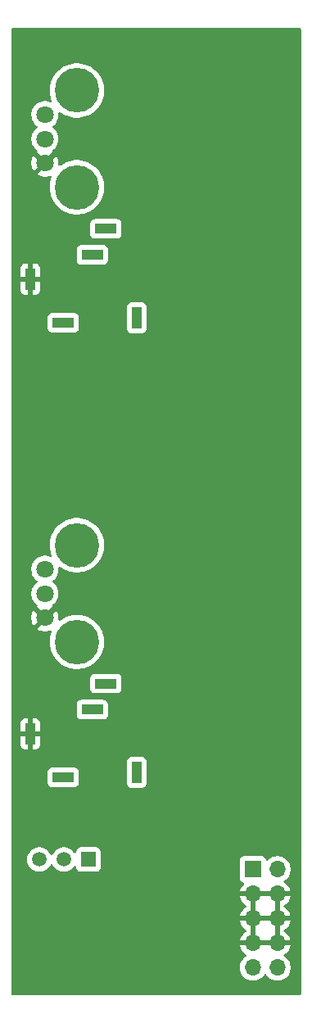
<source format=gbr>
G04 #@! TF.GenerationSoftware,KiCad,Pcbnew,9.0.0*
G04 #@! TF.CreationDate,2025-02-23T15:47:06-07:00*
G04 #@! TF.ProjectId,Noise_Gen,4e6f6973-655f-4476-956e-2e6b69636164,rev?*
G04 #@! TF.SameCoordinates,Original*
G04 #@! TF.FileFunction,Copper,L2,Bot*
G04 #@! TF.FilePolarity,Positive*
%FSLAX46Y46*%
G04 Gerber Fmt 4.6, Leading zero omitted, Abs format (unit mm)*
G04 Created by KiCad (PCBNEW 9.0.0) date 2025-02-23 15:47:06*
%MOMM*%
%LPD*%
G01*
G04 APERTURE LIST*
G04 #@! TA.AperFunction,ComponentPad*
%ADD10R,1.000000X2.200000*%
G04 #@! TD*
G04 #@! TA.AperFunction,ComponentPad*
%ADD11R,2.200000X1.000000*%
G04 #@! TD*
G04 #@! TA.AperFunction,ComponentPad*
%ADD12C,4.600000*%
G04 #@! TD*
G04 #@! TA.AperFunction,ComponentPad*
%ADD13C,1.800000*%
G04 #@! TD*
G04 #@! TA.AperFunction,ComponentPad*
%ADD14R,1.700000X1.700000*%
G04 #@! TD*
G04 #@! TA.AperFunction,ComponentPad*
%ADD15O,1.700000X1.700000*%
G04 #@! TD*
G04 #@! TA.AperFunction,ComponentPad*
%ADD16R,1.520000X1.520000*%
G04 #@! TD*
G04 #@! TA.AperFunction,ComponentPad*
%ADD17C,1.520000*%
G04 #@! TD*
G04 #@! TA.AperFunction,ViaPad*
%ADD18C,0.800000*%
G04 #@! TD*
G04 APERTURE END LIST*
D10*
X2000000Y-26000000D03*
X13000000Y-30000000D03*
D11*
X5400000Y-30500000D03*
X8400000Y-23500000D03*
X9800000Y-20800000D03*
D10*
X2000000Y-73000000D03*
X13000000Y-77000000D03*
D11*
X5400000Y-77500000D03*
X8400000Y-70500000D03*
X9800000Y-67800000D03*
D12*
X6800000Y-6500000D03*
X6800000Y-16500000D03*
D13*
X3500000Y-9000000D03*
X3500000Y-11500000D03*
X3500000Y-14000000D03*
D12*
X6800000Y-53500000D03*
X6800000Y-63500000D03*
D13*
X3500000Y-56000000D03*
X3500000Y-58500000D03*
X3500000Y-61000000D03*
D14*
X25000000Y-87000000D03*
D15*
X27540000Y-87000000D03*
X25000000Y-89540000D03*
X27540000Y-89540000D03*
X25000000Y-92080000D03*
X27540000Y-92080000D03*
X25000000Y-94620000D03*
X27540000Y-94620000D03*
X25000000Y-97160000D03*
X27540000Y-97160000D03*
D16*
X8000000Y-86000000D03*
D17*
X5460000Y-86000000D03*
X2920000Y-86000000D03*
D18*
X27000000Y-57000000D03*
G04 #@! TA.AperFunction,Conductor*
G36*
X27074075Y-94427007D02*
G01*
X27040000Y-94554174D01*
X27040000Y-94685826D01*
X27074075Y-94812993D01*
X27109297Y-94874000D01*
X25430703Y-94874000D01*
X25465925Y-94812993D01*
X25500000Y-94685826D01*
X25500000Y-94554174D01*
X25465925Y-94427007D01*
X25430703Y-94366000D01*
X27109297Y-94366000D01*
X27074075Y-94427007D01*
G37*
G04 #@! TD.AperFunction*
G04 #@! TA.AperFunction,Conductor*
G36*
X25254000Y-94189297D02*
G01*
X25192993Y-94154075D01*
X25065826Y-94120000D01*
X24934174Y-94120000D01*
X24807007Y-94154075D01*
X24746000Y-94189297D01*
X24746000Y-92510702D01*
X24807007Y-92545925D01*
X24934174Y-92580000D01*
X25065826Y-92580000D01*
X25192993Y-92545925D01*
X25254000Y-92510702D01*
X25254000Y-94189297D01*
G37*
G04 #@! TD.AperFunction*
G04 #@! TA.AperFunction,Conductor*
G36*
X27794000Y-94189297D02*
G01*
X27732993Y-94154075D01*
X27605826Y-94120000D01*
X27474174Y-94120000D01*
X27347007Y-94154075D01*
X27286000Y-94189297D01*
X27286000Y-92510702D01*
X27347007Y-92545925D01*
X27474174Y-92580000D01*
X27605826Y-92580000D01*
X27732993Y-92545925D01*
X27794000Y-92510702D01*
X27794000Y-94189297D01*
G37*
G04 #@! TD.AperFunction*
G04 #@! TA.AperFunction,Conductor*
G36*
X27074075Y-91887007D02*
G01*
X27040000Y-92014174D01*
X27040000Y-92145826D01*
X27074075Y-92272993D01*
X27109297Y-92334000D01*
X25430703Y-92334000D01*
X25465925Y-92272993D01*
X25500000Y-92145826D01*
X25500000Y-92014174D01*
X25465925Y-91887007D01*
X25430703Y-91826000D01*
X27109297Y-91826000D01*
X27074075Y-91887007D01*
G37*
G04 #@! TD.AperFunction*
G04 #@! TA.AperFunction,Conductor*
G36*
X25254000Y-91649297D02*
G01*
X25192993Y-91614075D01*
X25065826Y-91580000D01*
X24934174Y-91580000D01*
X24807007Y-91614075D01*
X24746000Y-91649297D01*
X24746000Y-89970702D01*
X24807007Y-90005925D01*
X24934174Y-90040000D01*
X25065826Y-90040000D01*
X25192993Y-90005925D01*
X25254000Y-89970702D01*
X25254000Y-91649297D01*
G37*
G04 #@! TD.AperFunction*
G04 #@! TA.AperFunction,Conductor*
G36*
X27794000Y-91649297D02*
G01*
X27732993Y-91614075D01*
X27605826Y-91580000D01*
X27474174Y-91580000D01*
X27347007Y-91614075D01*
X27286000Y-91649297D01*
X27286000Y-89970702D01*
X27347007Y-90005925D01*
X27474174Y-90040000D01*
X27605826Y-90040000D01*
X27732993Y-90005925D01*
X27794000Y-89970702D01*
X27794000Y-91649297D01*
G37*
G04 #@! TD.AperFunction*
G04 #@! TA.AperFunction,Conductor*
G36*
X27074075Y-89347007D02*
G01*
X27040000Y-89474174D01*
X27040000Y-89605826D01*
X27074075Y-89732993D01*
X27109297Y-89794000D01*
X25430703Y-89794000D01*
X25465925Y-89732993D01*
X25500000Y-89605826D01*
X25500000Y-89474174D01*
X25465925Y-89347007D01*
X25430703Y-89286000D01*
X27109297Y-89286000D01*
X27074075Y-89347007D01*
G37*
G04 #@! TD.AperFunction*
G04 #@! TA.AperFunction,Conductor*
G36*
X29914121Y-45502D02*
G01*
X29960614Y-99158D01*
X29972000Y-151500D01*
X29972000Y-99848500D01*
X29951998Y-99916621D01*
X29898342Y-99963114D01*
X29846000Y-99974500D01*
X151500Y-99974500D01*
X83379Y-99954498D01*
X36886Y-99900842D01*
X25500Y-99848500D01*
X25500Y-85900167D01*
X1651500Y-85900167D01*
X1651500Y-86099833D01*
X1653902Y-86114996D01*
X1682736Y-86297046D01*
X1741701Y-86478521D01*
X1744435Y-86486935D01*
X1835082Y-86664839D01*
X1835084Y-86664842D01*
X1952444Y-86826374D01*
X2093625Y-86967555D01*
X2093628Y-86967557D01*
X2255161Y-87084918D01*
X2433065Y-87175565D01*
X2622959Y-87237265D01*
X2820167Y-87268500D01*
X2820170Y-87268500D01*
X3019830Y-87268500D01*
X3019833Y-87268500D01*
X3217041Y-87237265D01*
X3406935Y-87175565D01*
X3584839Y-87084918D01*
X3746372Y-86967557D01*
X3887557Y-86826372D01*
X4004918Y-86664839D01*
X4077734Y-86521929D01*
X4126481Y-86470316D01*
X4195396Y-86453250D01*
X4262598Y-86476151D01*
X4302265Y-86521929D01*
X4375082Y-86664839D01*
X4375084Y-86664842D01*
X4492444Y-86826374D01*
X4633625Y-86967555D01*
X4633628Y-86967557D01*
X4795161Y-87084918D01*
X4973065Y-87175565D01*
X5162959Y-87237265D01*
X5360167Y-87268500D01*
X5360170Y-87268500D01*
X5559830Y-87268500D01*
X5559833Y-87268500D01*
X5757041Y-87237265D01*
X5946935Y-87175565D01*
X6124839Y-87084918D01*
X6286372Y-86967557D01*
X6427557Y-86826372D01*
X6503565Y-86721756D01*
X6559786Y-86678403D01*
X6630522Y-86672328D01*
X6693314Y-86705459D01*
X6728225Y-86767279D01*
X6731500Y-86795818D01*
X6731500Y-86808649D01*
X6738009Y-86869196D01*
X6738011Y-86869204D01*
X6789110Y-87006202D01*
X6789112Y-87006207D01*
X6876738Y-87123261D01*
X6993792Y-87210887D01*
X6993794Y-87210888D01*
X6993796Y-87210889D01*
X7052875Y-87232924D01*
X7130795Y-87261988D01*
X7130803Y-87261990D01*
X7191350Y-87268499D01*
X7191355Y-87268499D01*
X7191362Y-87268500D01*
X7191368Y-87268500D01*
X8808632Y-87268500D01*
X8808638Y-87268500D01*
X8808645Y-87268499D01*
X8808649Y-87268499D01*
X8869196Y-87261990D01*
X8869199Y-87261989D01*
X8869201Y-87261989D01*
X9006204Y-87210889D01*
X9123261Y-87123261D01*
X9210889Y-87006204D01*
X9261989Y-86869201D01*
X9266594Y-86826374D01*
X9268499Y-86808649D01*
X9268500Y-86808632D01*
X9268500Y-86101350D01*
X23641500Y-86101350D01*
X23641500Y-87898649D01*
X23648009Y-87959196D01*
X23648011Y-87959204D01*
X23699110Y-88096202D01*
X23699112Y-88096207D01*
X23786738Y-88213261D01*
X23903792Y-88300887D01*
X23903796Y-88300889D01*
X24022224Y-88345061D01*
X24079059Y-88387607D01*
X24103870Y-88454128D01*
X24088778Y-88523502D01*
X24067287Y-88552211D01*
X23964176Y-88655322D01*
X23838536Y-88828249D01*
X23741493Y-89018707D01*
X23741490Y-89018713D01*
X23675440Y-89221995D01*
X23665302Y-89286000D01*
X24569297Y-89286000D01*
X24534075Y-89347007D01*
X24500000Y-89474174D01*
X24500000Y-89605826D01*
X24534075Y-89732993D01*
X24569297Y-89794000D01*
X23665302Y-89794000D01*
X23675440Y-89858004D01*
X23741490Y-90061286D01*
X23741493Y-90061292D01*
X23838536Y-90251750D01*
X23964177Y-90424679D01*
X24115320Y-90575822D01*
X24288256Y-90701468D01*
X24290052Y-90702569D01*
X24290591Y-90703164D01*
X24292258Y-90704376D01*
X24292003Y-90704726D01*
X24337682Y-90755217D01*
X24349288Y-90825259D01*
X24321183Y-90890456D01*
X24292211Y-90915559D01*
X24292258Y-90915624D01*
X24291511Y-90916166D01*
X24290052Y-90917431D01*
X24288256Y-90918531D01*
X24115320Y-91044177D01*
X23964177Y-91195320D01*
X23838536Y-91368249D01*
X23741493Y-91558707D01*
X23741490Y-91558713D01*
X23675440Y-91761995D01*
X23665302Y-91826000D01*
X24569297Y-91826000D01*
X24534075Y-91887007D01*
X24500000Y-92014174D01*
X24500000Y-92145826D01*
X24534075Y-92272993D01*
X24569297Y-92334000D01*
X23665302Y-92334000D01*
X23675440Y-92398004D01*
X23741490Y-92601286D01*
X23741493Y-92601292D01*
X23838536Y-92791750D01*
X23964177Y-92964679D01*
X24115320Y-93115822D01*
X24288256Y-93241468D01*
X24290052Y-93242569D01*
X24290591Y-93243164D01*
X24292258Y-93244376D01*
X24292003Y-93244726D01*
X24337682Y-93295217D01*
X24349288Y-93365259D01*
X24321183Y-93430456D01*
X24292211Y-93455559D01*
X24292258Y-93455624D01*
X24291511Y-93456166D01*
X24290052Y-93457431D01*
X24288256Y-93458531D01*
X24115320Y-93584177D01*
X23964177Y-93735320D01*
X23838536Y-93908249D01*
X23741493Y-94098707D01*
X23741490Y-94098713D01*
X23675440Y-94301995D01*
X23665302Y-94366000D01*
X24569297Y-94366000D01*
X24534075Y-94427007D01*
X24500000Y-94554174D01*
X24500000Y-94685826D01*
X24534075Y-94812993D01*
X24569297Y-94874000D01*
X23665302Y-94874000D01*
X23675440Y-94938004D01*
X23741490Y-95141286D01*
X23741493Y-95141292D01*
X23838536Y-95331750D01*
X23964177Y-95504679D01*
X24115320Y-95655822D01*
X24288244Y-95781460D01*
X24289560Y-95782266D01*
X24289955Y-95782703D01*
X24292258Y-95784376D01*
X24291906Y-95784859D01*
X24337196Y-95834910D01*
X24348809Y-95904950D01*
X24320712Y-95970150D01*
X24291925Y-95995098D01*
X24291996Y-95995196D01*
X24290862Y-95996019D01*
X24289580Y-95997131D01*
X24287998Y-95998100D01*
X24114993Y-96123796D01*
X24114990Y-96123798D01*
X23963798Y-96274990D01*
X23963796Y-96274993D01*
X23838108Y-96447987D01*
X23741029Y-96638515D01*
X23741026Y-96638521D01*
X23674952Y-96841878D01*
X23674951Y-96841883D01*
X23674951Y-96841884D01*
X23641500Y-97053084D01*
X23641500Y-97266916D01*
X23674951Y-97478116D01*
X23674952Y-97478121D01*
X23741026Y-97681478D01*
X23741028Y-97681483D01*
X23838106Y-97872009D01*
X23963794Y-98045004D01*
X23963796Y-98045006D01*
X23963798Y-98045009D01*
X24114990Y-98196201D01*
X24114993Y-98196203D01*
X24114996Y-98196206D01*
X24287991Y-98321894D01*
X24478517Y-98418972D01*
X24681878Y-98485047D01*
X24681879Y-98485047D01*
X24681884Y-98485049D01*
X24893084Y-98518500D01*
X24893087Y-98518500D01*
X25106913Y-98518500D01*
X25106916Y-98518500D01*
X25318116Y-98485049D01*
X25521483Y-98418972D01*
X25712009Y-98321894D01*
X25885004Y-98196206D01*
X26036206Y-98045004D01*
X26161894Y-97872009D01*
X26161899Y-97871997D01*
X26162561Y-97870920D01*
X26162924Y-97870591D01*
X26164804Y-97868004D01*
X26165347Y-97868398D01*
X26215204Y-97823283D01*
X26285244Y-97811670D01*
X26350445Y-97839766D01*
X26375021Y-97868130D01*
X26375196Y-97868004D01*
X26376668Y-97870030D01*
X26377439Y-97870920D01*
X26378105Y-97872007D01*
X26378106Y-97872009D01*
X26503794Y-98045004D01*
X26503796Y-98045006D01*
X26503798Y-98045009D01*
X26654990Y-98196201D01*
X26654993Y-98196203D01*
X26654996Y-98196206D01*
X26827991Y-98321894D01*
X27018517Y-98418972D01*
X27221878Y-98485047D01*
X27221879Y-98485047D01*
X27221884Y-98485049D01*
X27433084Y-98518500D01*
X27433087Y-98518500D01*
X27646913Y-98518500D01*
X27646916Y-98518500D01*
X27858116Y-98485049D01*
X28061483Y-98418972D01*
X28252009Y-98321894D01*
X28425004Y-98196206D01*
X28576206Y-98045004D01*
X28701894Y-97872009D01*
X28798972Y-97681483D01*
X28865049Y-97478116D01*
X28898500Y-97266916D01*
X28898500Y-97053084D01*
X28865049Y-96841884D01*
X28798972Y-96638517D01*
X28701894Y-96447991D01*
X28576206Y-96274996D01*
X28576203Y-96274993D01*
X28576201Y-96274990D01*
X28425009Y-96123798D01*
X28425006Y-96123796D01*
X28425004Y-96123794D01*
X28355806Y-96073518D01*
X28252006Y-95998103D01*
X28250427Y-95997136D01*
X28249952Y-95996611D01*
X28248004Y-95995196D01*
X28248301Y-95994786D01*
X28202797Y-95944488D01*
X28191191Y-95874446D01*
X28219296Y-95809249D01*
X28247844Y-95784516D01*
X28247742Y-95784376D01*
X28249382Y-95783184D01*
X28250448Y-95782261D01*
X28251754Y-95781460D01*
X28424679Y-95655822D01*
X28575822Y-95504679D01*
X28701463Y-95331750D01*
X28798506Y-95141292D01*
X28798509Y-95141286D01*
X28864559Y-94938004D01*
X28874698Y-94874000D01*
X27970703Y-94874000D01*
X28005925Y-94812993D01*
X28040000Y-94685826D01*
X28040000Y-94554174D01*
X28005925Y-94427007D01*
X27970703Y-94366000D01*
X28874697Y-94366000D01*
X28864559Y-94301995D01*
X28798509Y-94098713D01*
X28798506Y-94098707D01*
X28701463Y-93908249D01*
X28575822Y-93735320D01*
X28424679Y-93584177D01*
X28251748Y-93458534D01*
X28249955Y-93457436D01*
X28249415Y-93456840D01*
X28247742Y-93455624D01*
X28247997Y-93455272D01*
X28202321Y-93404791D01*
X28190710Y-93334750D01*
X28218810Y-93269551D01*
X28247789Y-93244440D01*
X28247742Y-93244376D01*
X28248496Y-93243827D01*
X28249955Y-93242564D01*
X28251748Y-93241465D01*
X28424679Y-93115822D01*
X28575822Y-92964679D01*
X28701463Y-92791750D01*
X28798506Y-92601292D01*
X28798509Y-92601286D01*
X28864559Y-92398004D01*
X28874698Y-92334000D01*
X27970703Y-92334000D01*
X28005925Y-92272993D01*
X28040000Y-92145826D01*
X28040000Y-92014174D01*
X28005925Y-91887007D01*
X27970703Y-91826000D01*
X28874697Y-91826000D01*
X28864559Y-91761995D01*
X28798509Y-91558713D01*
X28798506Y-91558707D01*
X28701463Y-91368249D01*
X28575822Y-91195320D01*
X28424679Y-91044177D01*
X28251748Y-90918534D01*
X28249955Y-90917436D01*
X28249415Y-90916840D01*
X28247742Y-90915624D01*
X28247997Y-90915272D01*
X28202321Y-90864791D01*
X28190710Y-90794750D01*
X28218810Y-90729551D01*
X28247789Y-90704440D01*
X28247742Y-90704376D01*
X28248496Y-90703827D01*
X28249955Y-90702564D01*
X28251748Y-90701465D01*
X28424679Y-90575822D01*
X28575822Y-90424679D01*
X28701463Y-90251750D01*
X28798506Y-90061292D01*
X28798509Y-90061286D01*
X28864559Y-89858004D01*
X28874698Y-89794000D01*
X27970703Y-89794000D01*
X28005925Y-89732993D01*
X28040000Y-89605826D01*
X28040000Y-89474174D01*
X28005925Y-89347007D01*
X27970703Y-89286000D01*
X28874697Y-89286000D01*
X28864559Y-89221995D01*
X28798509Y-89018713D01*
X28798506Y-89018707D01*
X28701463Y-88828249D01*
X28575822Y-88655320D01*
X28424679Y-88504177D01*
X28251749Y-88378535D01*
X28250433Y-88377729D01*
X28250037Y-88377291D01*
X28247742Y-88375624D01*
X28248092Y-88375141D01*
X28202800Y-88325084D01*
X28191190Y-88255043D01*
X28219291Y-88189844D01*
X28248076Y-88164903D01*
X28248004Y-88164804D01*
X28249158Y-88163965D01*
X28250441Y-88162854D01*
X28251992Y-88161902D01*
X28252009Y-88161894D01*
X28425004Y-88036206D01*
X28576206Y-87885004D01*
X28701894Y-87712009D01*
X28798972Y-87521483D01*
X28865049Y-87318116D01*
X28898500Y-87106916D01*
X28898500Y-86893084D01*
X28865049Y-86681884D01*
X28798972Y-86478517D01*
X28701894Y-86287991D01*
X28576206Y-86114996D01*
X28576203Y-86114993D01*
X28576201Y-86114990D01*
X28425009Y-85963798D01*
X28425006Y-85963796D01*
X28425004Y-85963794D01*
X28252009Y-85838106D01*
X28061483Y-85741028D01*
X28061480Y-85741027D01*
X28061478Y-85741026D01*
X27858120Y-85674952D01*
X27858123Y-85674952D01*
X27818801Y-85668724D01*
X27646916Y-85641500D01*
X27433084Y-85641500D01*
X27221884Y-85674951D01*
X27221878Y-85674952D01*
X27018521Y-85741026D01*
X27018515Y-85741029D01*
X26827987Y-85838108D01*
X26654995Y-85963794D01*
X26552018Y-86066771D01*
X26489706Y-86100796D01*
X26418890Y-86095730D01*
X26362054Y-86053184D01*
X26344871Y-86021715D01*
X26300889Y-85903796D01*
X26300886Y-85903792D01*
X26300886Y-85903791D01*
X26213261Y-85786738D01*
X26096207Y-85699112D01*
X26096202Y-85699110D01*
X25959204Y-85648011D01*
X25959196Y-85648009D01*
X25898649Y-85641500D01*
X25898638Y-85641500D01*
X24101362Y-85641500D01*
X24101350Y-85641500D01*
X24040803Y-85648009D01*
X24040795Y-85648011D01*
X23903797Y-85699110D01*
X23903792Y-85699112D01*
X23786738Y-85786738D01*
X23699112Y-85903792D01*
X23699110Y-85903797D01*
X23648011Y-86040795D01*
X23648009Y-86040803D01*
X23641500Y-86101350D01*
X9268500Y-86101350D01*
X9268500Y-85191367D01*
X9268499Y-85191350D01*
X9261990Y-85130803D01*
X9261988Y-85130795D01*
X9210889Y-84993797D01*
X9210887Y-84993792D01*
X9123261Y-84876738D01*
X9006207Y-84789112D01*
X9006202Y-84789110D01*
X8869204Y-84738011D01*
X8869196Y-84738009D01*
X8808649Y-84731500D01*
X8808638Y-84731500D01*
X7191362Y-84731500D01*
X7191350Y-84731500D01*
X7130803Y-84738009D01*
X7130795Y-84738011D01*
X6993797Y-84789110D01*
X6993792Y-84789112D01*
X6876738Y-84876738D01*
X6789112Y-84993792D01*
X6789110Y-84993797D01*
X6738011Y-85130795D01*
X6738009Y-85130803D01*
X6731500Y-85191350D01*
X6731500Y-85204181D01*
X6711498Y-85272302D01*
X6657842Y-85318795D01*
X6587568Y-85328899D01*
X6522988Y-85299405D01*
X6503564Y-85278242D01*
X6427555Y-85173625D01*
X6286374Y-85032444D01*
X6124842Y-84915084D01*
X6124841Y-84915083D01*
X6124839Y-84915082D01*
X5946935Y-84824435D01*
X5946932Y-84824434D01*
X5946930Y-84824433D01*
X5757046Y-84762736D01*
X5757042Y-84762735D01*
X5757041Y-84762735D01*
X5559833Y-84731500D01*
X5360167Y-84731500D01*
X5162959Y-84762735D01*
X5162953Y-84762736D01*
X4973069Y-84824433D01*
X4973063Y-84824436D01*
X4795157Y-84915084D01*
X4633625Y-85032444D01*
X4492444Y-85173625D01*
X4375083Y-85335158D01*
X4302267Y-85478068D01*
X4253518Y-85529683D01*
X4184603Y-85546749D01*
X4117402Y-85523848D01*
X4077733Y-85478068D01*
X4004916Y-85335158D01*
X3887555Y-85173625D01*
X3746374Y-85032444D01*
X3584842Y-84915084D01*
X3584841Y-84915083D01*
X3584839Y-84915082D01*
X3406935Y-84824435D01*
X3406932Y-84824434D01*
X3406930Y-84824433D01*
X3217046Y-84762736D01*
X3217042Y-84762735D01*
X3217041Y-84762735D01*
X3019833Y-84731500D01*
X2820167Y-84731500D01*
X2622959Y-84762735D01*
X2622953Y-84762736D01*
X2433069Y-84824433D01*
X2433063Y-84824436D01*
X2255157Y-84915084D01*
X2093625Y-85032444D01*
X1952444Y-85173625D01*
X1835084Y-85335157D01*
X1744436Y-85513063D01*
X1744433Y-85513069D01*
X1682736Y-85702953D01*
X1682735Y-85702958D01*
X1682735Y-85702959D01*
X1651500Y-85900167D01*
X25500Y-85900167D01*
X25500Y-76951350D01*
X3791500Y-76951350D01*
X3791500Y-78048649D01*
X3798009Y-78109196D01*
X3798011Y-78109204D01*
X3849110Y-78246202D01*
X3849112Y-78246207D01*
X3936738Y-78363261D01*
X4053792Y-78450887D01*
X4053794Y-78450888D01*
X4053796Y-78450889D01*
X4112875Y-78472924D01*
X4190795Y-78501988D01*
X4190803Y-78501990D01*
X4251350Y-78508499D01*
X4251355Y-78508499D01*
X4251362Y-78508500D01*
X4251368Y-78508500D01*
X6548632Y-78508500D01*
X6548638Y-78508500D01*
X6548645Y-78508499D01*
X6548649Y-78508499D01*
X6609196Y-78501990D01*
X6609199Y-78501989D01*
X6609201Y-78501989D01*
X6746204Y-78450889D01*
X6863261Y-78363261D01*
X6950887Y-78246207D01*
X6950887Y-78246206D01*
X6950889Y-78246204D01*
X7001989Y-78109201D01*
X7008500Y-78048638D01*
X7008500Y-76951362D01*
X7008499Y-76951350D01*
X7001990Y-76890803D01*
X7001988Y-76890795D01*
X6950889Y-76753797D01*
X6950887Y-76753792D01*
X6863261Y-76636738D01*
X6746207Y-76549112D01*
X6746202Y-76549110D01*
X6609204Y-76498011D01*
X6609196Y-76498009D01*
X6548649Y-76491500D01*
X6548638Y-76491500D01*
X4251362Y-76491500D01*
X4251350Y-76491500D01*
X4190803Y-76498009D01*
X4190795Y-76498011D01*
X4053797Y-76549110D01*
X4053792Y-76549112D01*
X3936738Y-76636738D01*
X3849112Y-76753792D01*
X3849110Y-76753797D01*
X3798011Y-76890795D01*
X3798009Y-76890803D01*
X3791500Y-76951350D01*
X25500Y-76951350D01*
X25500Y-75851350D01*
X11991500Y-75851350D01*
X11991500Y-78148649D01*
X11998009Y-78209196D01*
X11998011Y-78209204D01*
X12049110Y-78346202D01*
X12049112Y-78346207D01*
X12136738Y-78463261D01*
X12253792Y-78550887D01*
X12253794Y-78550888D01*
X12253796Y-78550889D01*
X12312875Y-78572924D01*
X12390795Y-78601988D01*
X12390803Y-78601990D01*
X12451350Y-78608499D01*
X12451355Y-78608499D01*
X12451362Y-78608500D01*
X12451368Y-78608500D01*
X13548632Y-78608500D01*
X13548638Y-78608500D01*
X13548645Y-78608499D01*
X13548649Y-78608499D01*
X13609196Y-78601990D01*
X13609199Y-78601989D01*
X13609201Y-78601989D01*
X13746204Y-78550889D01*
X13863261Y-78463261D01*
X13950889Y-78346204D01*
X14001989Y-78209201D01*
X14008500Y-78148638D01*
X14008500Y-75851362D01*
X14008499Y-75851350D01*
X14001990Y-75790803D01*
X14001988Y-75790795D01*
X13950889Y-75653797D01*
X13950887Y-75653792D01*
X13863261Y-75536738D01*
X13746207Y-75449112D01*
X13746202Y-75449110D01*
X13609204Y-75398011D01*
X13609196Y-75398009D01*
X13548649Y-75391500D01*
X13548638Y-75391500D01*
X12451362Y-75391500D01*
X12451350Y-75391500D01*
X12390803Y-75398009D01*
X12390795Y-75398011D01*
X12253797Y-75449110D01*
X12253792Y-75449112D01*
X12136738Y-75536738D01*
X12049112Y-75653792D01*
X12049110Y-75653797D01*
X11998011Y-75790795D01*
X11998009Y-75790803D01*
X11991500Y-75851350D01*
X25500Y-75851350D01*
X25500Y-74148597D01*
X992000Y-74148597D01*
X998505Y-74209093D01*
X1049555Y-74345964D01*
X1049555Y-74345965D01*
X1137095Y-74462904D01*
X1254034Y-74550444D01*
X1390906Y-74601494D01*
X1451402Y-74607999D01*
X1451415Y-74608000D01*
X1746000Y-74608000D01*
X2254000Y-74608000D01*
X2548585Y-74608000D01*
X2548597Y-74607999D01*
X2609093Y-74601494D01*
X2745964Y-74550444D01*
X2745965Y-74550444D01*
X2862904Y-74462904D01*
X2950444Y-74345965D01*
X2950444Y-74345964D01*
X3001494Y-74209093D01*
X3007999Y-74148597D01*
X3008000Y-74148585D01*
X3008000Y-73254000D01*
X2254000Y-73254000D01*
X2254000Y-74608000D01*
X1746000Y-74608000D01*
X1746000Y-73254000D01*
X992000Y-73254000D01*
X992000Y-74148597D01*
X25500Y-74148597D01*
X25500Y-71851402D01*
X992000Y-71851402D01*
X992000Y-72746000D01*
X1746000Y-72746000D01*
X1746000Y-72560218D01*
X1800000Y-72560218D01*
X1800000Y-73439782D01*
X1830448Y-73513291D01*
X1886709Y-73569552D01*
X1960218Y-73600000D01*
X2039782Y-73600000D01*
X2113291Y-73569552D01*
X2169552Y-73513291D01*
X2200000Y-73439782D01*
X2200000Y-72746000D01*
X2254000Y-72746000D01*
X3008000Y-72746000D01*
X3008000Y-71851414D01*
X3007999Y-71851402D01*
X3001494Y-71790906D01*
X2950444Y-71654035D01*
X2950444Y-71654034D01*
X2862904Y-71537095D01*
X2745965Y-71449555D01*
X2609093Y-71398505D01*
X2548597Y-71392000D01*
X2254000Y-71392000D01*
X2254000Y-72746000D01*
X2200000Y-72746000D01*
X2200000Y-72560218D01*
X2169552Y-72486709D01*
X2113291Y-72430448D01*
X2039782Y-72400000D01*
X1960218Y-72400000D01*
X1886709Y-72430448D01*
X1830448Y-72486709D01*
X1800000Y-72560218D01*
X1746000Y-72560218D01*
X1746000Y-71392000D01*
X1451402Y-71392000D01*
X1390906Y-71398505D01*
X1254035Y-71449555D01*
X1254034Y-71449555D01*
X1137095Y-71537095D01*
X1049555Y-71654034D01*
X1049555Y-71654035D01*
X998505Y-71790906D01*
X992000Y-71851402D01*
X25500Y-71851402D01*
X25500Y-69951350D01*
X6791500Y-69951350D01*
X6791500Y-71048649D01*
X6798009Y-71109196D01*
X6798011Y-71109204D01*
X6849110Y-71246202D01*
X6849112Y-71246207D01*
X6936738Y-71363261D01*
X7053792Y-71450887D01*
X7053794Y-71450888D01*
X7053796Y-71450889D01*
X7112875Y-71472924D01*
X7190795Y-71501988D01*
X7190803Y-71501990D01*
X7251350Y-71508499D01*
X7251355Y-71508499D01*
X7251362Y-71508500D01*
X7251368Y-71508500D01*
X9548632Y-71508500D01*
X9548638Y-71508500D01*
X9548645Y-71508499D01*
X9548649Y-71508499D01*
X9609196Y-71501990D01*
X9609199Y-71501989D01*
X9609201Y-71501989D01*
X9746204Y-71450889D01*
X9863261Y-71363261D01*
X9950889Y-71246204D01*
X10001989Y-71109201D01*
X10008500Y-71048638D01*
X10008500Y-69951362D01*
X10008499Y-69951350D01*
X10001990Y-69890803D01*
X10001988Y-69890795D01*
X9950889Y-69753797D01*
X9950887Y-69753792D01*
X9863261Y-69636738D01*
X9746207Y-69549112D01*
X9746202Y-69549110D01*
X9609204Y-69498011D01*
X9609196Y-69498009D01*
X9548649Y-69491500D01*
X9548638Y-69491500D01*
X7251362Y-69491500D01*
X7251350Y-69491500D01*
X7190803Y-69498009D01*
X7190795Y-69498011D01*
X7053797Y-69549110D01*
X7053792Y-69549112D01*
X6936738Y-69636738D01*
X6849112Y-69753792D01*
X6849110Y-69753797D01*
X6798011Y-69890795D01*
X6798009Y-69890803D01*
X6791500Y-69951350D01*
X25500Y-69951350D01*
X25500Y-67251350D01*
X8191500Y-67251350D01*
X8191500Y-68348649D01*
X8198009Y-68409196D01*
X8198011Y-68409204D01*
X8249110Y-68546202D01*
X8249112Y-68546207D01*
X8336738Y-68663261D01*
X8453792Y-68750887D01*
X8453794Y-68750888D01*
X8453796Y-68750889D01*
X8512875Y-68772924D01*
X8590795Y-68801988D01*
X8590803Y-68801990D01*
X8651350Y-68808499D01*
X8651355Y-68808499D01*
X8651362Y-68808500D01*
X8651368Y-68808500D01*
X10948632Y-68808500D01*
X10948638Y-68808500D01*
X10948645Y-68808499D01*
X10948649Y-68808499D01*
X11009196Y-68801990D01*
X11009199Y-68801989D01*
X11009201Y-68801989D01*
X11146204Y-68750889D01*
X11263261Y-68663261D01*
X11350889Y-68546204D01*
X11401989Y-68409201D01*
X11408500Y-68348638D01*
X11408500Y-67251362D01*
X11408499Y-67251350D01*
X11401990Y-67190803D01*
X11401988Y-67190795D01*
X11350889Y-67053797D01*
X11350887Y-67053792D01*
X11263261Y-66936738D01*
X11146207Y-66849112D01*
X11146202Y-66849110D01*
X11009204Y-66798011D01*
X11009196Y-66798009D01*
X10948649Y-66791500D01*
X10948638Y-66791500D01*
X8651362Y-66791500D01*
X8651350Y-66791500D01*
X8590803Y-66798009D01*
X8590795Y-66798011D01*
X8453797Y-66849110D01*
X8453792Y-66849112D01*
X8336738Y-66936738D01*
X8249112Y-67053792D01*
X8249110Y-67053797D01*
X8198011Y-67190795D01*
X8198009Y-67190803D01*
X8191500Y-67251350D01*
X25500Y-67251350D01*
X25500Y-55889149D01*
X2091500Y-55889149D01*
X2091500Y-56110851D01*
X2117211Y-56273181D01*
X2126183Y-56329829D01*
X2194690Y-56540671D01*
X2194692Y-56540676D01*
X2194693Y-56540677D01*
X2295345Y-56738218D01*
X2425658Y-56917578D01*
X2582417Y-57074337D01*
X2582420Y-57074339D01*
X2582424Y-57074343D01*
X2683892Y-57148064D01*
X2727245Y-57204287D01*
X2733320Y-57275023D01*
X2700188Y-57337815D01*
X2683892Y-57351936D01*
X2582417Y-57425662D01*
X2425658Y-57582421D01*
X2295345Y-57761781D01*
X2194693Y-57959322D01*
X2194690Y-57959328D01*
X2126183Y-58170170D01*
X2126182Y-58170175D01*
X2126182Y-58170176D01*
X2091500Y-58389149D01*
X2091500Y-58610851D01*
X2126182Y-58829824D01*
X2126183Y-58829829D01*
X2194690Y-59040671D01*
X2194692Y-59040676D01*
X2194693Y-59040677D01*
X2295345Y-59238218D01*
X2425658Y-59417578D01*
X2582418Y-59574338D01*
X2582421Y-59574340D01*
X2582424Y-59574343D01*
X2684316Y-59648372D01*
X2727670Y-59704594D01*
X2733745Y-59775331D01*
X2700613Y-59838122D01*
X2700221Y-59838461D01*
X2700035Y-59840825D01*
X3375052Y-60515842D01*
X3307007Y-60534075D01*
X3192993Y-60599901D01*
X3099901Y-60692993D01*
X3034075Y-60807007D01*
X3015842Y-60875052D01*
X2340825Y-60200035D01*
X2340823Y-60200035D01*
X2295772Y-60262043D01*
X2195156Y-60459514D01*
X2195155Y-60459516D01*
X2126670Y-60670289D01*
X2092000Y-60889191D01*
X2092000Y-61110808D01*
X2126670Y-61329710D01*
X2195155Y-61540483D01*
X2195156Y-61540485D01*
X2295770Y-61737952D01*
X2340824Y-61799963D01*
X3015841Y-61124946D01*
X3034075Y-61192993D01*
X3099901Y-61307007D01*
X3192993Y-61400099D01*
X3307007Y-61465925D01*
X3375051Y-61484157D01*
X2700035Y-62159173D01*
X2700035Y-62159174D01*
X2762047Y-62204229D01*
X2959514Y-62304843D01*
X2959516Y-62304844D01*
X3170289Y-62373329D01*
X3389191Y-62408000D01*
X3610809Y-62408000D01*
X3829710Y-62373329D01*
X4026815Y-62309285D01*
X4097783Y-62307257D01*
X4158581Y-62343919D01*
X4189906Y-62407631D01*
X4184682Y-62470733D01*
X4132133Y-62620908D01*
X4097015Y-62721275D01*
X4097012Y-62721283D01*
X4026819Y-63028814D01*
X3991500Y-63342276D01*
X3991500Y-63657723D01*
X4026819Y-63971185D01*
X4063362Y-64131289D01*
X4097012Y-64278718D01*
X4097014Y-64278724D01*
X4097013Y-64278724D01*
X4201189Y-64576442D01*
X4201200Y-64576469D01*
X4338063Y-64860668D01*
X4505890Y-65127762D01*
X4505894Y-65127768D01*
X4702563Y-65374381D01*
X4702572Y-65374391D01*
X4925608Y-65597427D01*
X4925618Y-65597436D01*
X5172231Y-65794105D01*
X5172238Y-65794109D01*
X5172241Y-65794112D01*
X5302215Y-65875779D01*
X5439331Y-65961936D01*
X5439334Y-65961937D01*
X5439335Y-65961938D01*
X5723540Y-66098804D01*
X5723556Y-66098809D01*
X5723557Y-66098810D01*
X6021275Y-66202986D01*
X6021278Y-66202986D01*
X6021282Y-66202988D01*
X6328818Y-66273181D01*
X6551088Y-66298225D01*
X6642276Y-66308500D01*
X6642278Y-66308500D01*
X6957724Y-66308500D01*
X7037332Y-66299529D01*
X7271182Y-66273181D01*
X7578718Y-66202988D01*
X7876460Y-66098804D01*
X8160665Y-65961938D01*
X8427759Y-65794112D01*
X8674383Y-65597435D01*
X8897435Y-65374383D01*
X9094112Y-65127759D01*
X9261938Y-64860665D01*
X9398804Y-64576460D01*
X9502988Y-64278718D01*
X9573181Y-63971182D01*
X9608500Y-63657722D01*
X9608500Y-63342278D01*
X9573181Y-63028818D01*
X9502988Y-62721282D01*
X9415317Y-62470733D01*
X9398810Y-62423557D01*
X9398809Y-62423556D01*
X9398804Y-62423540D01*
X9261938Y-62139335D01*
X9261937Y-62139334D01*
X9261936Y-62139331D01*
X9094109Y-61872237D01*
X9094105Y-61872231D01*
X8897436Y-61625618D01*
X8897427Y-61625608D01*
X8674391Y-61402572D01*
X8674381Y-61402563D01*
X8427768Y-61205894D01*
X8427762Y-61205890D01*
X8160668Y-61038063D01*
X7876469Y-60901200D01*
X7876464Y-60901198D01*
X7876460Y-60901196D01*
X7876454Y-60901193D01*
X7876442Y-60901189D01*
X7578724Y-60797013D01*
X7271185Y-60726819D01*
X6957724Y-60691500D01*
X6957722Y-60691500D01*
X6642278Y-60691500D01*
X6642276Y-60691500D01*
X6328814Y-60726819D01*
X6021275Y-60797013D01*
X5723557Y-60901189D01*
X5723530Y-60901200D01*
X5439331Y-61038063D01*
X5172237Y-61205890D01*
X5172233Y-61205893D01*
X5106351Y-61258432D01*
X5040621Y-61285266D01*
X4970817Y-61272304D01*
X4919103Y-61223661D01*
X4901897Y-61154781D01*
X4903343Y-61140209D01*
X4908000Y-61110807D01*
X4908000Y-60889191D01*
X4873329Y-60670289D01*
X4804844Y-60459516D01*
X4804843Y-60459514D01*
X4704229Y-60262047D01*
X4659174Y-60200035D01*
X4659173Y-60200035D01*
X3984157Y-60875051D01*
X3965925Y-60807007D01*
X3900099Y-60692993D01*
X3807007Y-60599901D01*
X3692993Y-60534075D01*
X3624946Y-60515841D01*
X4299963Y-59840824D01*
X4299177Y-59830839D01*
X4272328Y-59796019D01*
X4266254Y-59725283D01*
X4299387Y-59662492D01*
X4315676Y-59648377D01*
X4417576Y-59574343D01*
X4574343Y-59417576D01*
X4704657Y-59238215D01*
X4805308Y-59040676D01*
X4873818Y-58829824D01*
X4908500Y-58610851D01*
X4908500Y-58389149D01*
X4873818Y-58170176D01*
X4805308Y-57959324D01*
X4704657Y-57761785D01*
X4574343Y-57582424D01*
X4574341Y-57582421D01*
X4417578Y-57425658D01*
X4316108Y-57351936D01*
X4272754Y-57295713D01*
X4266679Y-57224977D01*
X4299811Y-57162186D01*
X4316108Y-57148064D01*
X4417576Y-57074343D01*
X4574343Y-56917576D01*
X4704657Y-56738215D01*
X4805308Y-56540676D01*
X4873818Y-56329824D01*
X4908500Y-56110851D01*
X4908500Y-55889149D01*
X4903922Y-55860247D01*
X4913021Y-55789840D01*
X4958743Y-55735525D01*
X5026571Y-55714552D01*
X5094970Y-55733578D01*
X5106931Y-55742029D01*
X5172231Y-55794105D01*
X5172238Y-55794109D01*
X5172241Y-55794112D01*
X5277501Y-55860251D01*
X5439331Y-55961936D01*
X5439334Y-55961937D01*
X5439335Y-55961938D01*
X5723540Y-56098804D01*
X5723556Y-56098809D01*
X5723557Y-56098810D01*
X6021275Y-56202986D01*
X6021278Y-56202986D01*
X6021282Y-56202988D01*
X6328818Y-56273181D01*
X6551088Y-56298225D01*
X6642276Y-56308500D01*
X6642278Y-56308500D01*
X6957724Y-56308500D01*
X7037332Y-56299529D01*
X7271182Y-56273181D01*
X7578718Y-56202988D01*
X7876460Y-56098804D01*
X8160665Y-55961938D01*
X8427759Y-55794112D01*
X8674383Y-55597435D01*
X8897435Y-55374383D01*
X9094112Y-55127759D01*
X9261938Y-54860665D01*
X9398804Y-54576460D01*
X9502988Y-54278718D01*
X9573181Y-53971182D01*
X9608500Y-53657722D01*
X9608500Y-53342278D01*
X9573181Y-53028818D01*
X9502988Y-52721282D01*
X9398804Y-52423540D01*
X9261938Y-52139335D01*
X9261937Y-52139334D01*
X9261936Y-52139331D01*
X9094109Y-51872237D01*
X9094105Y-51872231D01*
X8897436Y-51625618D01*
X8897427Y-51625608D01*
X8674391Y-51402572D01*
X8674381Y-51402563D01*
X8427768Y-51205894D01*
X8427762Y-51205890D01*
X8160668Y-51038063D01*
X7876469Y-50901200D01*
X7876464Y-50901198D01*
X7876460Y-50901196D01*
X7876454Y-50901193D01*
X7876442Y-50901189D01*
X7578724Y-50797013D01*
X7271185Y-50726819D01*
X6957724Y-50691500D01*
X6957722Y-50691500D01*
X6642278Y-50691500D01*
X6642276Y-50691500D01*
X6328814Y-50726819D01*
X6021275Y-50797013D01*
X5723557Y-50901189D01*
X5723530Y-50901200D01*
X5439331Y-51038063D01*
X5172237Y-51205890D01*
X5172231Y-51205894D01*
X4925618Y-51402563D01*
X4925608Y-51402572D01*
X4702572Y-51625608D01*
X4702563Y-51625618D01*
X4505894Y-51872231D01*
X4505890Y-51872237D01*
X4338063Y-52139331D01*
X4201200Y-52423530D01*
X4201189Y-52423557D01*
X4097013Y-52721275D01*
X4026819Y-53028814D01*
X3991500Y-53342276D01*
X3991500Y-53657723D01*
X4026819Y-53971185D01*
X4063362Y-54131289D01*
X4097012Y-54278718D01*
X4097014Y-54278724D01*
X4097013Y-54278724D01*
X4184474Y-54528673D01*
X4188093Y-54599577D01*
X4152804Y-54661183D01*
X4089811Y-54693929D01*
X4026609Y-54690121D01*
X3829827Y-54626183D01*
X3829831Y-54626183D01*
X3789063Y-54619726D01*
X3610851Y-54591500D01*
X3389149Y-54591500D01*
X3170176Y-54626182D01*
X3170170Y-54626183D01*
X2959328Y-54694690D01*
X2959322Y-54694693D01*
X2761781Y-54795345D01*
X2582421Y-54925658D01*
X2425658Y-55082421D01*
X2295345Y-55261781D01*
X2194693Y-55459322D01*
X2194690Y-55459328D01*
X2126183Y-55670170D01*
X2126182Y-55670175D01*
X2126182Y-55670176D01*
X2091500Y-55889149D01*
X25500Y-55889149D01*
X25500Y-29951350D01*
X3791500Y-29951350D01*
X3791500Y-31048649D01*
X3798009Y-31109196D01*
X3798011Y-31109204D01*
X3849110Y-31246202D01*
X3849112Y-31246207D01*
X3936738Y-31363261D01*
X4053792Y-31450887D01*
X4053794Y-31450888D01*
X4053796Y-31450889D01*
X4112875Y-31472924D01*
X4190795Y-31501988D01*
X4190803Y-31501990D01*
X4251350Y-31508499D01*
X4251355Y-31508499D01*
X4251362Y-31508500D01*
X4251368Y-31508500D01*
X6548632Y-31508500D01*
X6548638Y-31508500D01*
X6548645Y-31508499D01*
X6548649Y-31508499D01*
X6609196Y-31501990D01*
X6609199Y-31501989D01*
X6609201Y-31501989D01*
X6746204Y-31450889D01*
X6863261Y-31363261D01*
X6950887Y-31246207D01*
X6950887Y-31246206D01*
X6950889Y-31246204D01*
X7001989Y-31109201D01*
X7008500Y-31048638D01*
X7008500Y-29951362D01*
X7008499Y-29951350D01*
X7001990Y-29890803D01*
X7001988Y-29890795D01*
X6950889Y-29753797D01*
X6950887Y-29753792D01*
X6863261Y-29636738D01*
X6746207Y-29549112D01*
X6746202Y-29549110D01*
X6609204Y-29498011D01*
X6609196Y-29498009D01*
X6548649Y-29491500D01*
X6548638Y-29491500D01*
X4251362Y-29491500D01*
X4251350Y-29491500D01*
X4190803Y-29498009D01*
X4190795Y-29498011D01*
X4053797Y-29549110D01*
X4053792Y-29549112D01*
X3936738Y-29636738D01*
X3849112Y-29753792D01*
X3849110Y-29753797D01*
X3798011Y-29890795D01*
X3798009Y-29890803D01*
X3791500Y-29951350D01*
X25500Y-29951350D01*
X25500Y-28851350D01*
X11991500Y-28851350D01*
X11991500Y-31148649D01*
X11998009Y-31209196D01*
X11998011Y-31209204D01*
X12049110Y-31346202D01*
X12049112Y-31346207D01*
X12136738Y-31463261D01*
X12253792Y-31550887D01*
X12253794Y-31550888D01*
X12253796Y-31550889D01*
X12312875Y-31572924D01*
X12390795Y-31601988D01*
X12390803Y-31601990D01*
X12451350Y-31608499D01*
X12451355Y-31608499D01*
X12451362Y-31608500D01*
X12451368Y-31608500D01*
X13548632Y-31608500D01*
X13548638Y-31608500D01*
X13548645Y-31608499D01*
X13548649Y-31608499D01*
X13609196Y-31601990D01*
X13609199Y-31601989D01*
X13609201Y-31601989D01*
X13746204Y-31550889D01*
X13863261Y-31463261D01*
X13950889Y-31346204D01*
X14001989Y-31209201D01*
X14008500Y-31148638D01*
X14008500Y-28851362D01*
X14008499Y-28851350D01*
X14001990Y-28790803D01*
X14001988Y-28790795D01*
X13950889Y-28653797D01*
X13950887Y-28653792D01*
X13863261Y-28536738D01*
X13746207Y-28449112D01*
X13746202Y-28449110D01*
X13609204Y-28398011D01*
X13609196Y-28398009D01*
X13548649Y-28391500D01*
X13548638Y-28391500D01*
X12451362Y-28391500D01*
X12451350Y-28391500D01*
X12390803Y-28398009D01*
X12390795Y-28398011D01*
X12253797Y-28449110D01*
X12253792Y-28449112D01*
X12136738Y-28536738D01*
X12049112Y-28653792D01*
X12049110Y-28653797D01*
X11998011Y-28790795D01*
X11998009Y-28790803D01*
X11991500Y-28851350D01*
X25500Y-28851350D01*
X25500Y-27148597D01*
X992000Y-27148597D01*
X998505Y-27209093D01*
X1049555Y-27345964D01*
X1049555Y-27345965D01*
X1137095Y-27462904D01*
X1254034Y-27550444D01*
X1390906Y-27601494D01*
X1451402Y-27607999D01*
X1451415Y-27608000D01*
X1746000Y-27608000D01*
X2254000Y-27608000D01*
X2548585Y-27608000D01*
X2548597Y-27607999D01*
X2609093Y-27601494D01*
X2745964Y-27550444D01*
X2745965Y-27550444D01*
X2862904Y-27462904D01*
X2950444Y-27345965D01*
X2950444Y-27345964D01*
X3001494Y-27209093D01*
X3007999Y-27148597D01*
X3008000Y-27148585D01*
X3008000Y-26254000D01*
X2254000Y-26254000D01*
X2254000Y-27608000D01*
X1746000Y-27608000D01*
X1746000Y-26254000D01*
X992000Y-26254000D01*
X992000Y-27148597D01*
X25500Y-27148597D01*
X25500Y-24851402D01*
X992000Y-24851402D01*
X992000Y-25746000D01*
X1746000Y-25746000D01*
X1746000Y-25560218D01*
X1800000Y-25560218D01*
X1800000Y-26439782D01*
X1830448Y-26513291D01*
X1886709Y-26569552D01*
X1960218Y-26600000D01*
X2039782Y-26600000D01*
X2113291Y-26569552D01*
X2169552Y-26513291D01*
X2200000Y-26439782D01*
X2200000Y-25746000D01*
X2254000Y-25746000D01*
X3008000Y-25746000D01*
X3008000Y-24851414D01*
X3007999Y-24851402D01*
X3001494Y-24790906D01*
X2950444Y-24654035D01*
X2950444Y-24654034D01*
X2862904Y-24537095D01*
X2745965Y-24449555D01*
X2609093Y-24398505D01*
X2548597Y-24392000D01*
X2254000Y-24392000D01*
X2254000Y-25746000D01*
X2200000Y-25746000D01*
X2200000Y-25560218D01*
X2169552Y-25486709D01*
X2113291Y-25430448D01*
X2039782Y-25400000D01*
X1960218Y-25400000D01*
X1886709Y-25430448D01*
X1830448Y-25486709D01*
X1800000Y-25560218D01*
X1746000Y-25560218D01*
X1746000Y-24392000D01*
X1451402Y-24392000D01*
X1390906Y-24398505D01*
X1254035Y-24449555D01*
X1254034Y-24449555D01*
X1137095Y-24537095D01*
X1049555Y-24654034D01*
X1049555Y-24654035D01*
X998505Y-24790906D01*
X992000Y-24851402D01*
X25500Y-24851402D01*
X25500Y-22951350D01*
X6791500Y-22951350D01*
X6791500Y-24048649D01*
X6798009Y-24109196D01*
X6798011Y-24109204D01*
X6849110Y-24246202D01*
X6849112Y-24246207D01*
X6936738Y-24363261D01*
X7053792Y-24450887D01*
X7053794Y-24450888D01*
X7053796Y-24450889D01*
X7112875Y-24472924D01*
X7190795Y-24501988D01*
X7190803Y-24501990D01*
X7251350Y-24508499D01*
X7251355Y-24508499D01*
X7251362Y-24508500D01*
X7251368Y-24508500D01*
X9548632Y-24508500D01*
X9548638Y-24508500D01*
X9548645Y-24508499D01*
X9548649Y-24508499D01*
X9609196Y-24501990D01*
X9609199Y-24501989D01*
X9609201Y-24501989D01*
X9746204Y-24450889D01*
X9863261Y-24363261D01*
X9950889Y-24246204D01*
X10001989Y-24109201D01*
X10008500Y-24048638D01*
X10008500Y-22951362D01*
X10008499Y-22951350D01*
X10001990Y-22890803D01*
X10001988Y-22890795D01*
X9950889Y-22753797D01*
X9950887Y-22753792D01*
X9863261Y-22636738D01*
X9746207Y-22549112D01*
X9746202Y-22549110D01*
X9609204Y-22498011D01*
X9609196Y-22498009D01*
X9548649Y-22491500D01*
X9548638Y-22491500D01*
X7251362Y-22491500D01*
X7251350Y-22491500D01*
X7190803Y-22498009D01*
X7190795Y-22498011D01*
X7053797Y-22549110D01*
X7053792Y-22549112D01*
X6936738Y-22636738D01*
X6849112Y-22753792D01*
X6849110Y-22753797D01*
X6798011Y-22890795D01*
X6798009Y-22890803D01*
X6791500Y-22951350D01*
X25500Y-22951350D01*
X25500Y-20251350D01*
X8191500Y-20251350D01*
X8191500Y-21348649D01*
X8198009Y-21409196D01*
X8198011Y-21409204D01*
X8249110Y-21546202D01*
X8249112Y-21546207D01*
X8336738Y-21663261D01*
X8453792Y-21750887D01*
X8453794Y-21750888D01*
X8453796Y-21750889D01*
X8512875Y-21772924D01*
X8590795Y-21801988D01*
X8590803Y-21801990D01*
X8651350Y-21808499D01*
X8651355Y-21808499D01*
X8651362Y-21808500D01*
X8651368Y-21808500D01*
X10948632Y-21808500D01*
X10948638Y-21808500D01*
X10948645Y-21808499D01*
X10948649Y-21808499D01*
X11009196Y-21801990D01*
X11009199Y-21801989D01*
X11009201Y-21801989D01*
X11146204Y-21750889D01*
X11263261Y-21663261D01*
X11350889Y-21546204D01*
X11401989Y-21409201D01*
X11408500Y-21348638D01*
X11408500Y-20251362D01*
X11408499Y-20251350D01*
X11401990Y-20190803D01*
X11401988Y-20190795D01*
X11350889Y-20053797D01*
X11350887Y-20053792D01*
X11263261Y-19936738D01*
X11146207Y-19849112D01*
X11146202Y-19849110D01*
X11009204Y-19798011D01*
X11009196Y-19798009D01*
X10948649Y-19791500D01*
X10948638Y-19791500D01*
X8651362Y-19791500D01*
X8651350Y-19791500D01*
X8590803Y-19798009D01*
X8590795Y-19798011D01*
X8453797Y-19849110D01*
X8453792Y-19849112D01*
X8336738Y-19936738D01*
X8249112Y-20053792D01*
X8249110Y-20053797D01*
X8198011Y-20190795D01*
X8198009Y-20190803D01*
X8191500Y-20251350D01*
X25500Y-20251350D01*
X25500Y-8889149D01*
X2091500Y-8889149D01*
X2091500Y-9110851D01*
X2117211Y-9273181D01*
X2126183Y-9329829D01*
X2194690Y-9540671D01*
X2194692Y-9540676D01*
X2194693Y-9540677D01*
X2295345Y-9738218D01*
X2425658Y-9917578D01*
X2582417Y-10074337D01*
X2582420Y-10074339D01*
X2582424Y-10074343D01*
X2683892Y-10148064D01*
X2727245Y-10204287D01*
X2733320Y-10275023D01*
X2700188Y-10337815D01*
X2683892Y-10351936D01*
X2582417Y-10425662D01*
X2425658Y-10582421D01*
X2295345Y-10761781D01*
X2194693Y-10959322D01*
X2194690Y-10959328D01*
X2126183Y-11170170D01*
X2126182Y-11170175D01*
X2126182Y-11170176D01*
X2091500Y-11389149D01*
X2091500Y-11610851D01*
X2126182Y-11829824D01*
X2126183Y-11829829D01*
X2194690Y-12040671D01*
X2194692Y-12040676D01*
X2194693Y-12040677D01*
X2295345Y-12238218D01*
X2425658Y-12417578D01*
X2582418Y-12574338D01*
X2582421Y-12574340D01*
X2582424Y-12574343D01*
X2684316Y-12648372D01*
X2727670Y-12704594D01*
X2733745Y-12775331D01*
X2700613Y-12838122D01*
X2700221Y-12838461D01*
X2700035Y-12840825D01*
X3375052Y-13515842D01*
X3307007Y-13534075D01*
X3192993Y-13599901D01*
X3099901Y-13692993D01*
X3034075Y-13807007D01*
X3015842Y-13875052D01*
X2340825Y-13200035D01*
X2340823Y-13200035D01*
X2295772Y-13262043D01*
X2195156Y-13459514D01*
X2195155Y-13459516D01*
X2126670Y-13670289D01*
X2092000Y-13889191D01*
X2092000Y-14110808D01*
X2126670Y-14329710D01*
X2195155Y-14540483D01*
X2195156Y-14540485D01*
X2295770Y-14737952D01*
X2340824Y-14799963D01*
X3015841Y-14124946D01*
X3034075Y-14192993D01*
X3099901Y-14307007D01*
X3192993Y-14400099D01*
X3307007Y-14465925D01*
X3375051Y-14484157D01*
X2700035Y-15159173D01*
X2700035Y-15159174D01*
X2762047Y-15204229D01*
X2959514Y-15304843D01*
X2959516Y-15304844D01*
X3170289Y-15373329D01*
X3389191Y-15408000D01*
X3610809Y-15408000D01*
X3829710Y-15373329D01*
X4026815Y-15309285D01*
X4097783Y-15307257D01*
X4158581Y-15343919D01*
X4189906Y-15407631D01*
X4184682Y-15470733D01*
X4132133Y-15620908D01*
X4097015Y-15721275D01*
X4097012Y-15721283D01*
X4026819Y-16028814D01*
X3991500Y-16342276D01*
X3991500Y-16657723D01*
X4026819Y-16971185D01*
X4063362Y-17131289D01*
X4097012Y-17278718D01*
X4097014Y-17278724D01*
X4097013Y-17278724D01*
X4201189Y-17576442D01*
X4201200Y-17576469D01*
X4338063Y-17860668D01*
X4505890Y-18127762D01*
X4505894Y-18127768D01*
X4702563Y-18374381D01*
X4702572Y-18374391D01*
X4925608Y-18597427D01*
X4925618Y-18597436D01*
X5172231Y-18794105D01*
X5172238Y-18794109D01*
X5172241Y-18794112D01*
X5302215Y-18875779D01*
X5439331Y-18961936D01*
X5439334Y-18961937D01*
X5439335Y-18961938D01*
X5723540Y-19098804D01*
X5723556Y-19098809D01*
X5723557Y-19098810D01*
X6021275Y-19202986D01*
X6021278Y-19202986D01*
X6021282Y-19202988D01*
X6328818Y-19273181D01*
X6551088Y-19298225D01*
X6642276Y-19308500D01*
X6642278Y-19308500D01*
X6957724Y-19308500D01*
X7037332Y-19299529D01*
X7271182Y-19273181D01*
X7578718Y-19202988D01*
X7876460Y-19098804D01*
X8160665Y-18961938D01*
X8427759Y-18794112D01*
X8674383Y-18597435D01*
X8897435Y-18374383D01*
X9094112Y-18127759D01*
X9261938Y-17860665D01*
X9398804Y-17576460D01*
X9502988Y-17278718D01*
X9573181Y-16971182D01*
X9608500Y-16657722D01*
X9608500Y-16342278D01*
X9573181Y-16028818D01*
X9502988Y-15721282D01*
X9415317Y-15470733D01*
X9398810Y-15423557D01*
X9398809Y-15423556D01*
X9398804Y-15423540D01*
X9261938Y-15139335D01*
X9261937Y-15139334D01*
X9261936Y-15139331D01*
X9094109Y-14872237D01*
X9094105Y-14872231D01*
X8897436Y-14625618D01*
X8897427Y-14625608D01*
X8674391Y-14402572D01*
X8674381Y-14402563D01*
X8427768Y-14205894D01*
X8427762Y-14205890D01*
X8160668Y-14038063D01*
X7876469Y-13901200D01*
X7876464Y-13901198D01*
X7876460Y-13901196D01*
X7876454Y-13901193D01*
X7876442Y-13901189D01*
X7578724Y-13797013D01*
X7271185Y-13726819D01*
X6957724Y-13691500D01*
X6957722Y-13691500D01*
X6642278Y-13691500D01*
X6642276Y-13691500D01*
X6328814Y-13726819D01*
X6021275Y-13797013D01*
X5723557Y-13901189D01*
X5723530Y-13901200D01*
X5439331Y-14038063D01*
X5172237Y-14205890D01*
X5172233Y-14205893D01*
X5106351Y-14258432D01*
X5040621Y-14285266D01*
X4970817Y-14272304D01*
X4919103Y-14223661D01*
X4901897Y-14154781D01*
X4903343Y-14140209D01*
X4908000Y-14110807D01*
X4908000Y-13889191D01*
X4873329Y-13670289D01*
X4804844Y-13459516D01*
X4804843Y-13459514D01*
X4704229Y-13262047D01*
X4659174Y-13200035D01*
X4659173Y-13200035D01*
X3984157Y-13875051D01*
X3965925Y-13807007D01*
X3900099Y-13692993D01*
X3807007Y-13599901D01*
X3692993Y-13534075D01*
X3624946Y-13515841D01*
X4299963Y-12840824D01*
X4299177Y-12830839D01*
X4272328Y-12796019D01*
X4266254Y-12725283D01*
X4299387Y-12662492D01*
X4315676Y-12648377D01*
X4417576Y-12574343D01*
X4574343Y-12417576D01*
X4704657Y-12238215D01*
X4805308Y-12040676D01*
X4873818Y-11829824D01*
X4908500Y-11610851D01*
X4908500Y-11389149D01*
X4873818Y-11170176D01*
X4805308Y-10959324D01*
X4704657Y-10761785D01*
X4574343Y-10582424D01*
X4574341Y-10582421D01*
X4417578Y-10425658D01*
X4316108Y-10351936D01*
X4272754Y-10295713D01*
X4266679Y-10224977D01*
X4299811Y-10162186D01*
X4316108Y-10148064D01*
X4417576Y-10074343D01*
X4574343Y-9917576D01*
X4704657Y-9738215D01*
X4805308Y-9540676D01*
X4873818Y-9329824D01*
X4908500Y-9110851D01*
X4908500Y-8889149D01*
X4903922Y-8860247D01*
X4913021Y-8789840D01*
X4958743Y-8735525D01*
X5026571Y-8714552D01*
X5094970Y-8733578D01*
X5106931Y-8742029D01*
X5172231Y-8794105D01*
X5172238Y-8794109D01*
X5172241Y-8794112D01*
X5277501Y-8860251D01*
X5439331Y-8961936D01*
X5439334Y-8961937D01*
X5439335Y-8961938D01*
X5723540Y-9098804D01*
X5723556Y-9098809D01*
X5723557Y-9098810D01*
X6021275Y-9202986D01*
X6021278Y-9202986D01*
X6021282Y-9202988D01*
X6328818Y-9273181D01*
X6551088Y-9298225D01*
X6642276Y-9308500D01*
X6642278Y-9308500D01*
X6957724Y-9308500D01*
X7037332Y-9299529D01*
X7271182Y-9273181D01*
X7578718Y-9202988D01*
X7876460Y-9098804D01*
X8160665Y-8961938D01*
X8427759Y-8794112D01*
X8674383Y-8597435D01*
X8897435Y-8374383D01*
X9094112Y-8127759D01*
X9261938Y-7860665D01*
X9398804Y-7576460D01*
X9502988Y-7278718D01*
X9573181Y-6971182D01*
X9608500Y-6657722D01*
X9608500Y-6342278D01*
X9573181Y-6028818D01*
X9502988Y-5721282D01*
X9398804Y-5423540D01*
X9261938Y-5139335D01*
X9261937Y-5139334D01*
X9261936Y-5139331D01*
X9094109Y-4872237D01*
X9094105Y-4872231D01*
X8897436Y-4625618D01*
X8897427Y-4625608D01*
X8674391Y-4402572D01*
X8674381Y-4402563D01*
X8427768Y-4205894D01*
X8427762Y-4205890D01*
X8160668Y-4038063D01*
X7876469Y-3901200D01*
X7876464Y-3901198D01*
X7876460Y-3901196D01*
X7876454Y-3901193D01*
X7876442Y-3901189D01*
X7578724Y-3797013D01*
X7271185Y-3726819D01*
X6957724Y-3691500D01*
X6957722Y-3691500D01*
X6642278Y-3691500D01*
X6642276Y-3691500D01*
X6328814Y-3726819D01*
X6021275Y-3797013D01*
X5723557Y-3901189D01*
X5723530Y-3901200D01*
X5439331Y-4038063D01*
X5172237Y-4205890D01*
X5172231Y-4205894D01*
X4925618Y-4402563D01*
X4925608Y-4402572D01*
X4702572Y-4625608D01*
X4702563Y-4625618D01*
X4505894Y-4872231D01*
X4505890Y-4872237D01*
X4338063Y-5139331D01*
X4201200Y-5423530D01*
X4201189Y-5423557D01*
X4097013Y-5721275D01*
X4026819Y-6028814D01*
X3991500Y-6342276D01*
X3991500Y-6657723D01*
X4026819Y-6971185D01*
X4063362Y-7131289D01*
X4097012Y-7278718D01*
X4097014Y-7278724D01*
X4097013Y-7278724D01*
X4184474Y-7528673D01*
X4188093Y-7599577D01*
X4152804Y-7661183D01*
X4089811Y-7693929D01*
X4026609Y-7690121D01*
X3829827Y-7626183D01*
X3829831Y-7626183D01*
X3789063Y-7619726D01*
X3610851Y-7591500D01*
X3389149Y-7591500D01*
X3170176Y-7626182D01*
X3170170Y-7626183D01*
X2959328Y-7694690D01*
X2959322Y-7694693D01*
X2761781Y-7795345D01*
X2582421Y-7925658D01*
X2425658Y-8082421D01*
X2295345Y-8261781D01*
X2194693Y-8459322D01*
X2194690Y-8459328D01*
X2126183Y-8670170D01*
X2126182Y-8670175D01*
X2126182Y-8670176D01*
X2091500Y-8889149D01*
X25500Y-8889149D01*
X25500Y-151500D01*
X45502Y-83379D01*
X99158Y-36886D01*
X151500Y-25500D01*
X29846000Y-25500D01*
X29914121Y-45502D01*
G37*
G04 #@! TD.AperFunction*
M02*

</source>
